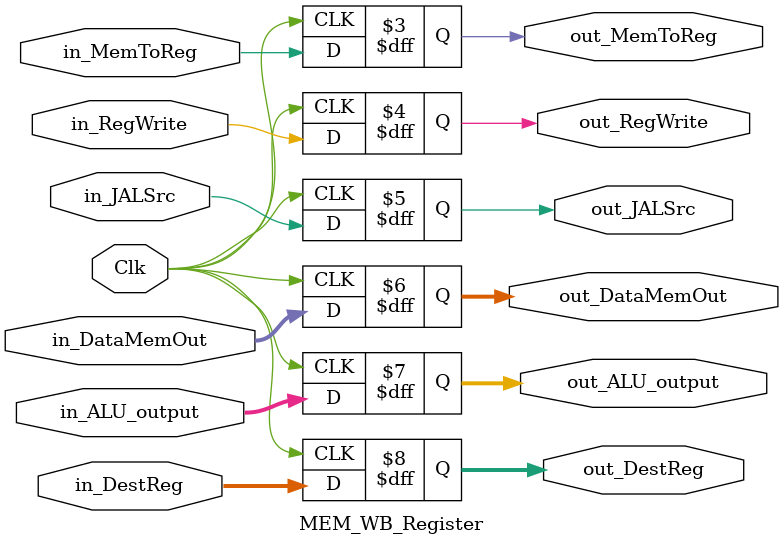
<source format=v>
`timescale 1ns / 1ps

module MEM_WB_Register(Clk, in_DataMemOut, out_DataMemOut, in_DestReg, out_DestReg, in_ALU_output, out_ALU_output, in_MemToReg, out_MemToReg, in_RegWrite, out_RegWrite,
                       in_JALSrc, out_JALSrc);
                       
                       
input Clk, in_MemToReg, in_RegWrite, in_JALSrc;
input [31:0] in_DataMemOut, in_ALU_output;
input [4:0] in_DestReg;

output reg out_MemToReg, out_RegWrite, out_JALSrc;
output reg [31:0]  out_DataMemOut, out_ALU_output;
output reg [4:0] out_DestReg;

    initial begin

        out_ALU_output           <= 0;
        out_DataMemOut           <= 0; 
        out_DestReg              <= 0; 
        out_JALSrc               <= 0;
        out_MemToReg             <= 0;
        out_RegWrite             <= 0;
    
    end


    always @ (posedge Clk)  begin

        out_ALU_output           <= in_ALU_output;
        out_DataMemOut           <= in_DataMemOut; 
        out_DestReg              <= in_DestReg; 
        out_JALSrc               <= in_JALSrc;
        out_MemToReg             <= in_MemToReg;
        out_RegWrite             <= in_RegWrite;
    
    end

endmodule

</source>
